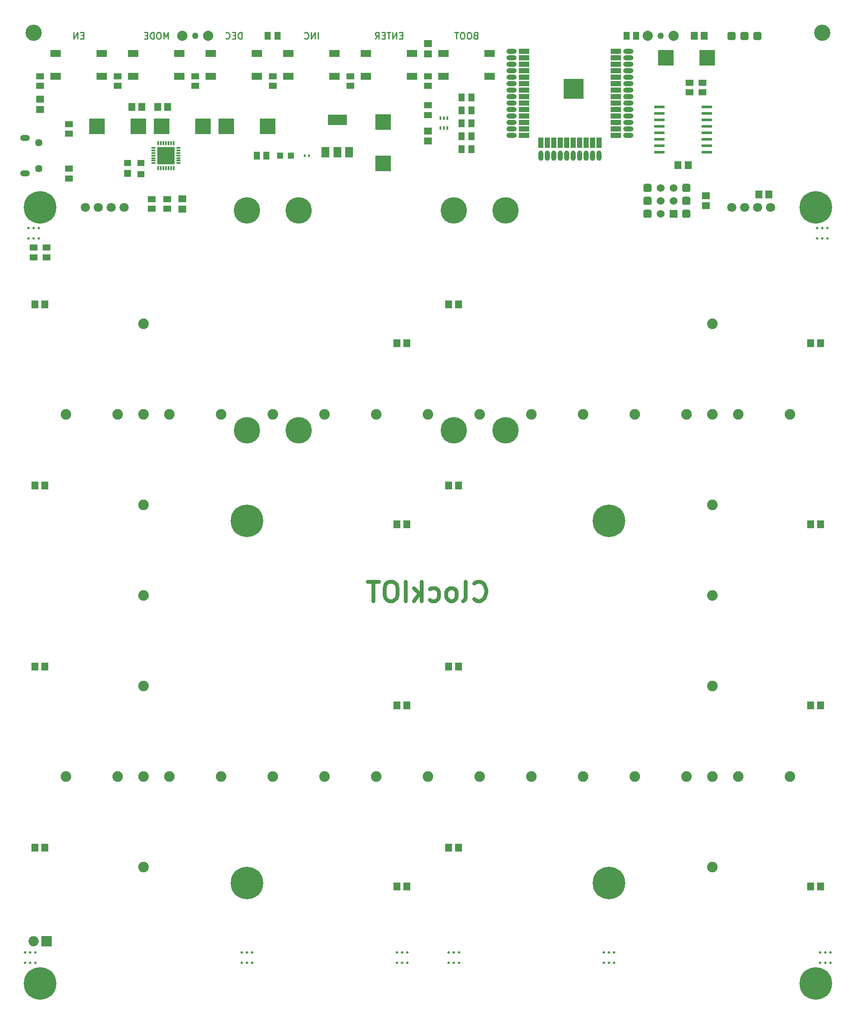
<source format=gbs>
G04 #@! TF.GenerationSoftware,KiCad,Pcbnew,5.0.0-rc2-unknown-d03e92a~65~ubuntu16.04.1*
G04 #@! TF.CreationDate,2018-06-02T21:30:31+05:30*
G04 #@! TF.ProjectId,ClockIOT,436C6F636B494F542E6B696361645F70,rev 1*
G04 #@! TF.SameCoordinates,PX2fd7508PY2fd7508*
G04 #@! TF.FileFunction,Soldermask,Bot*
G04 #@! TF.FilePolarity,Negative*
%FSLAX46Y46*%
G04 Gerber Fmt 4.6, Leading zero omitted, Abs format (unit mm)*
G04 Created by KiCad (PCBNEW 5.0.0-rc2-unknown-d03e92a~65~ubuntu16.04.1) date Sat Jun  2 21:30:31 2018*
%MOMM*%
%LPD*%
G01*
G04 APERTURE LIST*
%ADD10C,0.762000*%
%ADD11C,0.254000*%
%ADD12R,1.498600X1.300480*%
%ADD13C,2.000000*%
%ADD14C,1.270000*%
%ADD15R,2.100000X1.400000*%
%ADD16R,3.048000X3.048000*%
%ADD17R,1.400000X1.200000*%
%ADD18R,1.400000X1.400000*%
%ADD19C,1.450000*%
%ADD20O,1.900000X1.200000*%
%ADD21C,0.800000*%
%ADD22C,6.400000*%
%ADD23O,0.850000X0.300000*%
%ADD24O,0.300000X0.850000*%
%ADD25R,1.675000X1.675000*%
%ADD26R,1.550000X1.350000*%
%ADD27C,3.200000*%
%ADD28R,1.350000X1.550000*%
%ADD29R,1.500000X2.000000*%
%ADD30R,3.800000X2.000000*%
%ADD31R,1.300480X1.498600*%
%ADD32R,0.400000X0.650000*%
%ADD33C,0.127000*%
%ADD34C,1.600000*%
%ADD35R,1.998980X0.599440*%
%ADD36C,5.200000*%
%ADD37C,1.524000*%
%ADD38R,1.524000X1.524000*%
%ADD39C,1.800000*%
%ADD40R,0.400000X0.600000*%
%ADD41O,1.000000X2.000000*%
%ADD42O,2.000000X1.000000*%
%ADD43R,4.000000X4.000000*%
%ADD44R,2.000000X1.000000*%
%ADD45R,1.000000X2.000000*%
%ADD46R,1.198880X1.198880*%
%ADD47C,0.508000*%
%ADD48R,2.000000X2.000000*%
%ADD49O,2.000000X2.000000*%
%ADD50C,2.082800*%
G04 APERTURE END LIST*
D10*
X90351428Y-114390714D02*
X90532857Y-114572142D01*
X91077142Y-114753571D01*
X91440000Y-114753571D01*
X91984285Y-114572142D01*
X92347142Y-114209285D01*
X92528571Y-113846428D01*
X92710000Y-113120714D01*
X92710000Y-112576428D01*
X92528571Y-111850714D01*
X92347142Y-111487857D01*
X91984285Y-111125000D01*
X91440000Y-110943571D01*
X91077142Y-110943571D01*
X90532857Y-111125000D01*
X90351428Y-111306428D01*
X88174285Y-114753571D02*
X88537142Y-114572142D01*
X88718571Y-114209285D01*
X88718571Y-110943571D01*
X86178571Y-114753571D02*
X86541428Y-114572142D01*
X86722857Y-114390714D01*
X86904285Y-114027857D01*
X86904285Y-112939285D01*
X86722857Y-112576428D01*
X86541428Y-112395000D01*
X86178571Y-112213571D01*
X85634285Y-112213571D01*
X85271428Y-112395000D01*
X85090000Y-112576428D01*
X84908571Y-112939285D01*
X84908571Y-114027857D01*
X85090000Y-114390714D01*
X85271428Y-114572142D01*
X85634285Y-114753571D01*
X86178571Y-114753571D01*
X81642857Y-114572142D02*
X82005714Y-114753571D01*
X82731428Y-114753571D01*
X83094285Y-114572142D01*
X83275714Y-114390714D01*
X83457142Y-114027857D01*
X83457142Y-112939285D01*
X83275714Y-112576428D01*
X83094285Y-112395000D01*
X82731428Y-112213571D01*
X82005714Y-112213571D01*
X81642857Y-112395000D01*
X80010000Y-114753571D02*
X80010000Y-110943571D01*
X79647142Y-113302142D02*
X78558571Y-114753571D01*
X78558571Y-112213571D02*
X80010000Y-113665000D01*
X76925714Y-114753571D02*
X76925714Y-110943571D01*
X74385714Y-110943571D02*
X73660000Y-110943571D01*
X73297142Y-111125000D01*
X72934285Y-111487857D01*
X72752857Y-112213571D01*
X72752857Y-113483571D01*
X72934285Y-114209285D01*
X73297142Y-114572142D01*
X73660000Y-114753571D01*
X74385714Y-114753571D01*
X74748571Y-114572142D01*
X75111428Y-114209285D01*
X75292857Y-113483571D01*
X75292857Y-112213571D01*
X75111428Y-111487857D01*
X74748571Y-111125000D01*
X74385714Y-110943571D01*
X71664285Y-110943571D02*
X69487142Y-110943571D01*
X70575714Y-114753571D02*
X70575714Y-110943571D01*
D11*
X90623571Y-3719285D02*
X90442142Y-3779761D01*
X90381666Y-3840238D01*
X90321190Y-3961190D01*
X90321190Y-4142619D01*
X90381666Y-4263571D01*
X90442142Y-4324047D01*
X90563095Y-4384523D01*
X91046904Y-4384523D01*
X91046904Y-3114523D01*
X90623571Y-3114523D01*
X90502619Y-3175000D01*
X90442142Y-3235476D01*
X90381666Y-3356428D01*
X90381666Y-3477380D01*
X90442142Y-3598333D01*
X90502619Y-3658809D01*
X90623571Y-3719285D01*
X91046904Y-3719285D01*
X89535000Y-3114523D02*
X89293095Y-3114523D01*
X89172142Y-3175000D01*
X89051190Y-3295952D01*
X88990714Y-3537857D01*
X88990714Y-3961190D01*
X89051190Y-4203095D01*
X89172142Y-4324047D01*
X89293095Y-4384523D01*
X89535000Y-4384523D01*
X89655952Y-4324047D01*
X89776904Y-4203095D01*
X89837380Y-3961190D01*
X89837380Y-3537857D01*
X89776904Y-3295952D01*
X89655952Y-3175000D01*
X89535000Y-3114523D01*
X88204523Y-3114523D02*
X87962619Y-3114523D01*
X87841666Y-3175000D01*
X87720714Y-3295952D01*
X87660238Y-3537857D01*
X87660238Y-3961190D01*
X87720714Y-4203095D01*
X87841666Y-4324047D01*
X87962619Y-4384523D01*
X88204523Y-4384523D01*
X88325476Y-4324047D01*
X88446428Y-4203095D01*
X88506904Y-3961190D01*
X88506904Y-3537857D01*
X88446428Y-3295952D01*
X88325476Y-3175000D01*
X88204523Y-3114523D01*
X87297380Y-3114523D02*
X86571666Y-3114523D01*
X86934523Y-4384523D02*
X86934523Y-3114523D01*
X76290714Y-3719285D02*
X75867380Y-3719285D01*
X75685952Y-4384523D02*
X76290714Y-4384523D01*
X76290714Y-3114523D01*
X75685952Y-3114523D01*
X75141666Y-4384523D02*
X75141666Y-3114523D01*
X74415952Y-4384523D01*
X74415952Y-3114523D01*
X73992619Y-3114523D02*
X73266904Y-3114523D01*
X73629761Y-4384523D02*
X73629761Y-3114523D01*
X72843571Y-3719285D02*
X72420238Y-3719285D01*
X72238809Y-4384523D02*
X72843571Y-4384523D01*
X72843571Y-3114523D01*
X72238809Y-3114523D01*
X70968809Y-4384523D02*
X71392142Y-3779761D01*
X71694523Y-4384523D02*
X71694523Y-3114523D01*
X71210714Y-3114523D01*
X71089761Y-3175000D01*
X71029285Y-3235476D01*
X70968809Y-3356428D01*
X70968809Y-3537857D01*
X71029285Y-3658809D01*
X71089761Y-3719285D01*
X71210714Y-3779761D01*
X71694523Y-3779761D01*
X59720238Y-4384523D02*
X59720238Y-3114523D01*
X59115476Y-4384523D02*
X59115476Y-3114523D01*
X58389761Y-4384523D01*
X58389761Y-3114523D01*
X57059285Y-4263571D02*
X57119761Y-4324047D01*
X57301190Y-4384523D01*
X57422142Y-4384523D01*
X57603571Y-4324047D01*
X57724523Y-4203095D01*
X57785000Y-4082142D01*
X57845476Y-3840238D01*
X57845476Y-3658809D01*
X57785000Y-3416904D01*
X57724523Y-3295952D01*
X57603571Y-3175000D01*
X57422142Y-3114523D01*
X57301190Y-3114523D01*
X57119761Y-3175000D01*
X57059285Y-3235476D01*
X44722142Y-4384523D02*
X44722142Y-3114523D01*
X44419761Y-3114523D01*
X44238333Y-3175000D01*
X44117380Y-3295952D01*
X44056904Y-3416904D01*
X43996428Y-3658809D01*
X43996428Y-3840238D01*
X44056904Y-4082142D01*
X44117380Y-4203095D01*
X44238333Y-4324047D01*
X44419761Y-4384523D01*
X44722142Y-4384523D01*
X43452142Y-3719285D02*
X43028809Y-3719285D01*
X42847380Y-4384523D02*
X43452142Y-4384523D01*
X43452142Y-3114523D01*
X42847380Y-3114523D01*
X41577380Y-4263571D02*
X41637857Y-4324047D01*
X41819285Y-4384523D01*
X41940238Y-4384523D01*
X42121666Y-4324047D01*
X42242619Y-4203095D01*
X42303095Y-4082142D01*
X42363571Y-3840238D01*
X42363571Y-3658809D01*
X42303095Y-3416904D01*
X42242619Y-3295952D01*
X42121666Y-3175000D01*
X41940238Y-3114523D01*
X41819285Y-3114523D01*
X41637857Y-3175000D01*
X41577380Y-3235476D01*
X30238095Y-4384523D02*
X30238095Y-3114523D01*
X29814761Y-4021666D01*
X29391428Y-3114523D01*
X29391428Y-4384523D01*
X28544761Y-3114523D02*
X28302857Y-3114523D01*
X28181904Y-3175000D01*
X28060952Y-3295952D01*
X28000476Y-3537857D01*
X28000476Y-3961190D01*
X28060952Y-4203095D01*
X28181904Y-4324047D01*
X28302857Y-4384523D01*
X28544761Y-4384523D01*
X28665714Y-4324047D01*
X28786666Y-4203095D01*
X28847142Y-3961190D01*
X28847142Y-3537857D01*
X28786666Y-3295952D01*
X28665714Y-3175000D01*
X28544761Y-3114523D01*
X27456190Y-4384523D02*
X27456190Y-3114523D01*
X27153809Y-3114523D01*
X26972380Y-3175000D01*
X26851428Y-3295952D01*
X26790952Y-3416904D01*
X26730476Y-3658809D01*
X26730476Y-3840238D01*
X26790952Y-4082142D01*
X26851428Y-4203095D01*
X26972380Y-4324047D01*
X27153809Y-4384523D01*
X27456190Y-4384523D01*
X26186190Y-3719285D02*
X25762857Y-3719285D01*
X25581428Y-4384523D02*
X26186190Y-4384523D01*
X26186190Y-3114523D01*
X25581428Y-3114523D01*
X13637380Y-3719285D02*
X13214047Y-3719285D01*
X13032619Y-4384523D02*
X13637380Y-4384523D01*
X13637380Y-3114523D01*
X13032619Y-3114523D01*
X12488333Y-4384523D02*
X12488333Y-3114523D01*
X11762619Y-4384523D01*
X11762619Y-3114523D01*
D12*
G04 #@! TO.C,L2*
X10835000Y-31787500D03*
X10835000Y-29882500D03*
G04 #@! TD*
D13*
G04 #@! TO.C,LDR1*
X33020000Y-3810000D03*
X38100000Y-3810000D03*
D14*
X35560000Y-3810000D03*
G04 #@! TD*
D13*
G04 #@! TO.C,LDR2*
X129540000Y-3810000D03*
X124460000Y-3810000D03*
D14*
X127000000Y-3810000D03*
G04 #@! TD*
D15*
G04 #@! TO.C,S5*
X38630000Y-7275000D03*
X47730000Y-7275000D03*
X47730000Y-11775000D03*
X38630000Y-11775000D03*
G04 #@! TD*
D16*
G04 #@! TO.C,C17*
X41656000Y-21590000D03*
X49784000Y-21590000D03*
G04 #@! TD*
D17*
G04 #@! TO.C,D1*
X24922000Y-30945000D03*
X24922000Y-28745000D03*
X22322000Y-28745000D03*
D18*
X22322000Y-30845000D03*
G04 #@! TD*
D19*
G04 #@! TO.C,P1*
X4885000Y-24835000D03*
X4885000Y-29835000D03*
D20*
X2185000Y-23835000D03*
X2185000Y-30835000D03*
G04 #@! TD*
D21*
G04 #@! TO.C,HB47*
X6777056Y-35767944D03*
X5080000Y-35065000D03*
X3382944Y-35767944D03*
X2680000Y-37465000D03*
X3382944Y-39162056D03*
X5080000Y-39865000D03*
X6777056Y-39162056D03*
X7480000Y-37465000D03*
D22*
X5080000Y-37465000D03*
G04 #@! TD*
D15*
G04 #@! TO.C,S6*
X23390000Y-7275000D03*
X32490000Y-7275000D03*
X32490000Y-11775000D03*
X23390000Y-11775000D03*
G04 #@! TD*
D16*
G04 #@! TO.C,C27*
X136144000Y-8128000D03*
X128016000Y-8128000D03*
G04 #@! TD*
D21*
G04 #@! TO.C,U132*
X29845000Y-27305000D03*
X29210000Y-26670000D03*
X30480000Y-26670000D03*
X30480000Y-27940000D03*
X29210000Y-27940000D03*
D23*
X27395000Y-28805000D03*
X27395000Y-28305000D03*
X27395000Y-27805000D03*
X27395000Y-27305000D03*
X27395000Y-26805000D03*
X27395000Y-26305000D03*
X27395000Y-25805000D03*
D24*
X28345000Y-24855000D03*
X28845000Y-24855000D03*
X29345000Y-24855000D03*
X29845000Y-24855000D03*
X30345000Y-24855000D03*
X30845000Y-24855000D03*
X31345000Y-24855000D03*
D23*
X32295000Y-25805000D03*
X32295000Y-26305000D03*
X32295000Y-26805000D03*
X32295000Y-27305000D03*
X32295000Y-27805000D03*
X32295000Y-28305000D03*
X32295000Y-28805000D03*
D24*
X31345000Y-29755000D03*
X30845000Y-29755000D03*
X30345000Y-29755000D03*
X29845000Y-29755000D03*
X29345000Y-29755000D03*
X28845000Y-29755000D03*
X28345000Y-29755000D03*
D25*
X30682500Y-26467500D03*
X30682500Y-28142500D03*
X29007500Y-26467500D03*
X29007500Y-28142500D03*
G04 #@! TD*
D12*
G04 #@! TO.C,R25*
X20320000Y-11747500D03*
X20320000Y-13652500D03*
G04 #@! TD*
G04 #@! TO.C,R24*
X35560000Y-11747500D03*
X35560000Y-13652500D03*
G04 #@! TD*
D26*
G04 #@! TO.C,C31*
X33020000Y-37830000D03*
X33020000Y-35830000D03*
G04 #@! TD*
D15*
G04 #@! TO.C,S4*
X93450000Y-11775000D03*
X84350000Y-11775000D03*
X84350000Y-7275000D03*
X93450000Y-7275000D03*
G04 #@! TD*
D27*
G04 #@! TO.C,HB45*
X3810000Y-3175000D03*
G04 #@! TD*
G04 #@! TO.C,HB46*
X158750000Y-3175000D03*
G04 #@! TD*
D16*
G04 #@! TO.C,C18*
X72517000Y-28829000D03*
X72517000Y-20701000D03*
G04 #@! TD*
D28*
G04 #@! TO.C,C22*
X132445000Y-29210000D03*
X130445000Y-29210000D03*
G04 #@! TD*
D12*
G04 #@! TO.C,R11*
X50800000Y-11747500D03*
X50800000Y-13652500D03*
G04 #@! TD*
G04 #@! TO.C,R10*
X66040000Y-11747500D03*
X66040000Y-13652500D03*
G04 #@! TD*
G04 #@! TO.C,R9*
X30085000Y-35882500D03*
X30085000Y-37787500D03*
G04 #@! TD*
D29*
G04 #@! TO.C,U131*
X65800000Y-26645000D03*
X61200000Y-26645000D03*
X63500000Y-26645000D03*
D30*
X63500000Y-20345000D03*
G04 #@! TD*
D31*
G04 #@! TO.C,R23*
X89852500Y-18415000D03*
X87947500Y-18415000D03*
G04 #@! TD*
G04 #@! TO.C,R22*
X87947500Y-20955000D03*
X89852500Y-20955000D03*
G04 #@! TD*
G04 #@! TO.C,R20*
X89852500Y-23495000D03*
X87947500Y-23495000D03*
G04 #@! TD*
G04 #@! TO.C,R19*
X89852500Y-26035000D03*
X87947500Y-26035000D03*
G04 #@! TD*
D12*
G04 #@! TO.C,R18*
X81280000Y-13652500D03*
X81280000Y-11747500D03*
G04 #@! TD*
G04 #@! TO.C,R16*
X5080000Y-13652500D03*
X5080000Y-11747500D03*
G04 #@! TD*
D31*
G04 #@! TO.C,R4*
X47688500Y-27305000D03*
X49593500Y-27305000D03*
G04 #@! TD*
D12*
G04 #@! TO.C,R3*
X81280000Y-17462500D03*
X81280000Y-19367500D03*
G04 #@! TD*
D32*
G04 #@! TO.C,Q1*
X83805000Y-21905000D03*
X85105000Y-21905000D03*
X84455000Y-20005000D03*
X84455000Y-21905000D03*
X85105000Y-20005000D03*
X83805000Y-20005000D03*
G04 #@! TD*
D28*
G04 #@! TO.C,C28*
X133620000Y-3810000D03*
X135620000Y-3810000D03*
G04 #@! TD*
G04 #@! TO.C,C26*
X28210000Y-17780000D03*
X30210000Y-17780000D03*
G04 #@! TD*
D16*
G04 #@! TO.C,C25*
X37084000Y-21590000D03*
X28956000Y-21590000D03*
G04 #@! TD*
D28*
G04 #@! TO.C,C24*
X25130000Y-17780000D03*
X23130000Y-17780000D03*
G04 #@! TD*
D16*
G04 #@! TO.C,C23*
X16256000Y-21590000D03*
X24384000Y-21590000D03*
G04 #@! TD*
D26*
G04 #@! TO.C,C21*
X81280000Y-7350000D03*
X81280000Y-5350000D03*
G04 #@! TD*
G04 #@! TO.C,C20*
X5080000Y-16272000D03*
X5080000Y-18272000D03*
G04 #@! TD*
D12*
G04 #@! TO.C,R8*
X27085000Y-35882500D03*
X27085000Y-37787500D03*
G04 #@! TD*
G04 #@! TO.C,R7*
X135255000Y-13017500D03*
X135255000Y-14922500D03*
G04 #@! TD*
G04 #@! TO.C,R6*
X132715000Y-13017500D03*
X132715000Y-14922500D03*
G04 #@! TD*
D33*
G04 #@! TO.C,TP1*
G36*
X141409207Y-3011926D02*
X141448036Y-3017686D01*
X141486114Y-3027224D01*
X141523073Y-3040448D01*
X141558559Y-3057231D01*
X141592228Y-3077412D01*
X141623757Y-3100796D01*
X141652843Y-3127157D01*
X141679204Y-3156243D01*
X141702588Y-3187772D01*
X141722769Y-3221441D01*
X141739552Y-3256927D01*
X141752776Y-3293886D01*
X141762314Y-3331964D01*
X141768074Y-3370793D01*
X141770000Y-3410000D01*
X141770000Y-4210000D01*
X141768074Y-4249207D01*
X141762314Y-4288036D01*
X141752776Y-4326114D01*
X141739552Y-4363073D01*
X141722769Y-4398559D01*
X141702588Y-4432228D01*
X141679204Y-4463757D01*
X141652843Y-4492843D01*
X141623757Y-4519204D01*
X141592228Y-4542588D01*
X141558559Y-4562769D01*
X141523073Y-4579552D01*
X141486114Y-4592776D01*
X141448036Y-4602314D01*
X141409207Y-4608074D01*
X141370000Y-4610000D01*
X140570000Y-4610000D01*
X140530793Y-4608074D01*
X140491964Y-4602314D01*
X140453886Y-4592776D01*
X140416927Y-4579552D01*
X140381441Y-4562769D01*
X140347772Y-4542588D01*
X140316243Y-4519204D01*
X140287157Y-4492843D01*
X140260796Y-4463757D01*
X140237412Y-4432228D01*
X140217231Y-4398559D01*
X140200448Y-4363073D01*
X140187224Y-4326114D01*
X140177686Y-4288036D01*
X140171926Y-4249207D01*
X140170000Y-4210000D01*
X140170000Y-3410000D01*
X140171926Y-3370793D01*
X140177686Y-3331964D01*
X140187224Y-3293886D01*
X140200448Y-3256927D01*
X140217231Y-3221441D01*
X140237412Y-3187772D01*
X140260796Y-3156243D01*
X140287157Y-3127157D01*
X140316243Y-3100796D01*
X140347772Y-3077412D01*
X140381441Y-3057231D01*
X140416927Y-3040448D01*
X140453886Y-3027224D01*
X140491964Y-3017686D01*
X140530793Y-3011926D01*
X140570000Y-3010000D01*
X141370000Y-3010000D01*
X141409207Y-3011926D01*
X141409207Y-3011926D01*
G37*
D34*
X140970000Y-3810000D03*
G04 #@! TD*
D15*
G04 #@! TO.C,S2*
X53870000Y-7275000D03*
X62970000Y-7275000D03*
X62970000Y-11775000D03*
X53870000Y-11775000D03*
G04 #@! TD*
D21*
G04 #@! TO.C,HB48*
X159177056Y-35767944D03*
X157480000Y-35065000D03*
X155782944Y-35767944D03*
X155080000Y-37465000D03*
X155782944Y-39162056D03*
X157480000Y-39865000D03*
X159177056Y-39162056D03*
X159880000Y-37465000D03*
D22*
X157480000Y-37465000D03*
G04 #@! TD*
D35*
G04 #@! TO.C,U130*
X126794260Y-17780000D03*
X126794260Y-19050000D03*
X126794260Y-20320000D03*
X126794260Y-21590000D03*
X126794260Y-22860000D03*
X126794260Y-24130000D03*
X126794260Y-25400000D03*
X126794260Y-26670000D03*
X136095740Y-26670000D03*
X136095740Y-25400000D03*
X136095740Y-24130000D03*
X136095740Y-22860000D03*
X136095740Y-21590000D03*
X136095740Y-20320000D03*
X136095740Y-19050000D03*
X136095740Y-17780000D03*
G04 #@! TD*
D15*
G04 #@! TO.C,S3*
X17250000Y-11775000D03*
X8150000Y-11775000D03*
X8150000Y-7275000D03*
X17250000Y-7275000D03*
G04 #@! TD*
D36*
G04 #@! TO.C,J8*
X86360000Y-38100000D03*
G04 #@! TD*
G04 #@! TO.C,J7*
X96520000Y-38100000D03*
G04 #@! TD*
D33*
G04 #@! TO.C,J23*
G36*
X132519207Y-37936926D02*
X132558036Y-37942686D01*
X132596114Y-37952224D01*
X132633073Y-37965448D01*
X132668559Y-37982231D01*
X132702228Y-38002412D01*
X132733757Y-38025796D01*
X132762843Y-38052157D01*
X132789204Y-38081243D01*
X132812588Y-38112772D01*
X132832769Y-38146441D01*
X132849552Y-38181927D01*
X132862776Y-38218886D01*
X132872314Y-38256964D01*
X132878074Y-38295793D01*
X132880000Y-38335000D01*
X132880000Y-39135000D01*
X132878074Y-39174207D01*
X132872314Y-39213036D01*
X132862776Y-39251114D01*
X132849552Y-39288073D01*
X132832769Y-39323559D01*
X132812588Y-39357228D01*
X132789204Y-39388757D01*
X132762843Y-39417843D01*
X132733757Y-39444204D01*
X132702228Y-39467588D01*
X132668559Y-39487769D01*
X132633073Y-39504552D01*
X132596114Y-39517776D01*
X132558036Y-39527314D01*
X132519207Y-39533074D01*
X132480000Y-39535000D01*
X131680000Y-39535000D01*
X131640793Y-39533074D01*
X131601964Y-39527314D01*
X131563886Y-39517776D01*
X131526927Y-39504552D01*
X131491441Y-39487769D01*
X131457772Y-39467588D01*
X131426243Y-39444204D01*
X131397157Y-39417843D01*
X131370796Y-39388757D01*
X131347412Y-39357228D01*
X131327231Y-39323559D01*
X131310448Y-39288073D01*
X131297224Y-39251114D01*
X131287686Y-39213036D01*
X131281926Y-39174207D01*
X131280000Y-39135000D01*
X131280000Y-38335000D01*
X131281926Y-38295793D01*
X131287686Y-38256964D01*
X131297224Y-38218886D01*
X131310448Y-38181927D01*
X131327231Y-38146441D01*
X131347412Y-38112772D01*
X131370796Y-38081243D01*
X131397157Y-38052157D01*
X131426243Y-38025796D01*
X131457772Y-38002412D01*
X131491441Y-37982231D01*
X131526927Y-37965448D01*
X131563886Y-37952224D01*
X131601964Y-37942686D01*
X131640793Y-37936926D01*
X131680000Y-37935000D01*
X132480000Y-37935000D01*
X132519207Y-37936926D01*
X132519207Y-37936926D01*
G37*
D34*
X132080000Y-38735000D03*
G04 #@! TD*
D33*
G04 #@! TO.C,J22*
G36*
X124899207Y-37936926D02*
X124938036Y-37942686D01*
X124976114Y-37952224D01*
X125013073Y-37965448D01*
X125048559Y-37982231D01*
X125082228Y-38002412D01*
X125113757Y-38025796D01*
X125142843Y-38052157D01*
X125169204Y-38081243D01*
X125192588Y-38112772D01*
X125212769Y-38146441D01*
X125229552Y-38181927D01*
X125242776Y-38218886D01*
X125252314Y-38256964D01*
X125258074Y-38295793D01*
X125260000Y-38335000D01*
X125260000Y-39135000D01*
X125258074Y-39174207D01*
X125252314Y-39213036D01*
X125242776Y-39251114D01*
X125229552Y-39288073D01*
X125212769Y-39323559D01*
X125192588Y-39357228D01*
X125169204Y-39388757D01*
X125142843Y-39417843D01*
X125113757Y-39444204D01*
X125082228Y-39467588D01*
X125048559Y-39487769D01*
X125013073Y-39504552D01*
X124976114Y-39517776D01*
X124938036Y-39527314D01*
X124899207Y-39533074D01*
X124860000Y-39535000D01*
X124060000Y-39535000D01*
X124020793Y-39533074D01*
X123981964Y-39527314D01*
X123943886Y-39517776D01*
X123906927Y-39504552D01*
X123871441Y-39487769D01*
X123837772Y-39467588D01*
X123806243Y-39444204D01*
X123777157Y-39417843D01*
X123750796Y-39388757D01*
X123727412Y-39357228D01*
X123707231Y-39323559D01*
X123690448Y-39288073D01*
X123677224Y-39251114D01*
X123667686Y-39213036D01*
X123661926Y-39174207D01*
X123660000Y-39135000D01*
X123660000Y-38335000D01*
X123661926Y-38295793D01*
X123667686Y-38256964D01*
X123677224Y-38218886D01*
X123690448Y-38181927D01*
X123707231Y-38146441D01*
X123727412Y-38112772D01*
X123750796Y-38081243D01*
X123777157Y-38052157D01*
X123806243Y-38025796D01*
X123837772Y-38002412D01*
X123871441Y-37982231D01*
X123906927Y-37965448D01*
X123943886Y-37952224D01*
X123981964Y-37942686D01*
X124020793Y-37936926D01*
X124060000Y-37935000D01*
X124860000Y-37935000D01*
X124899207Y-37936926D01*
X124899207Y-37936926D01*
G37*
D34*
X124460000Y-38735000D03*
G04 #@! TD*
D33*
G04 #@! TO.C,J21*
G36*
X132519207Y-35396926D02*
X132558036Y-35402686D01*
X132596114Y-35412224D01*
X132633073Y-35425448D01*
X132668559Y-35442231D01*
X132702228Y-35462412D01*
X132733757Y-35485796D01*
X132762843Y-35512157D01*
X132789204Y-35541243D01*
X132812588Y-35572772D01*
X132832769Y-35606441D01*
X132849552Y-35641927D01*
X132862776Y-35678886D01*
X132872314Y-35716964D01*
X132878074Y-35755793D01*
X132880000Y-35795000D01*
X132880000Y-36595000D01*
X132878074Y-36634207D01*
X132872314Y-36673036D01*
X132862776Y-36711114D01*
X132849552Y-36748073D01*
X132832769Y-36783559D01*
X132812588Y-36817228D01*
X132789204Y-36848757D01*
X132762843Y-36877843D01*
X132733757Y-36904204D01*
X132702228Y-36927588D01*
X132668559Y-36947769D01*
X132633073Y-36964552D01*
X132596114Y-36977776D01*
X132558036Y-36987314D01*
X132519207Y-36993074D01*
X132480000Y-36995000D01*
X131680000Y-36995000D01*
X131640793Y-36993074D01*
X131601964Y-36987314D01*
X131563886Y-36977776D01*
X131526927Y-36964552D01*
X131491441Y-36947769D01*
X131457772Y-36927588D01*
X131426243Y-36904204D01*
X131397157Y-36877843D01*
X131370796Y-36848757D01*
X131347412Y-36817228D01*
X131327231Y-36783559D01*
X131310448Y-36748073D01*
X131297224Y-36711114D01*
X131287686Y-36673036D01*
X131281926Y-36634207D01*
X131280000Y-36595000D01*
X131280000Y-35795000D01*
X131281926Y-35755793D01*
X131287686Y-35716964D01*
X131297224Y-35678886D01*
X131310448Y-35641927D01*
X131327231Y-35606441D01*
X131347412Y-35572772D01*
X131370796Y-35541243D01*
X131397157Y-35512157D01*
X131426243Y-35485796D01*
X131457772Y-35462412D01*
X131491441Y-35442231D01*
X131526927Y-35425448D01*
X131563886Y-35412224D01*
X131601964Y-35402686D01*
X131640793Y-35396926D01*
X131680000Y-35395000D01*
X132480000Y-35395000D01*
X132519207Y-35396926D01*
X132519207Y-35396926D01*
G37*
D34*
X132080000Y-36195000D03*
G04 #@! TD*
D37*
G04 #@! TO.C,J20*
X129540000Y-33655000D03*
X127000000Y-33655000D03*
X129540000Y-36195000D03*
X127000000Y-36195000D03*
D38*
X129540000Y-38735000D03*
D37*
X127000000Y-38735000D03*
G04 #@! TD*
D33*
G04 #@! TO.C,J19*
G36*
X124899207Y-35396926D02*
X124938036Y-35402686D01*
X124976114Y-35412224D01*
X125013073Y-35425448D01*
X125048559Y-35442231D01*
X125082228Y-35462412D01*
X125113757Y-35485796D01*
X125142843Y-35512157D01*
X125169204Y-35541243D01*
X125192588Y-35572772D01*
X125212769Y-35606441D01*
X125229552Y-35641927D01*
X125242776Y-35678886D01*
X125252314Y-35716964D01*
X125258074Y-35755793D01*
X125260000Y-35795000D01*
X125260000Y-36595000D01*
X125258074Y-36634207D01*
X125252314Y-36673036D01*
X125242776Y-36711114D01*
X125229552Y-36748073D01*
X125212769Y-36783559D01*
X125192588Y-36817228D01*
X125169204Y-36848757D01*
X125142843Y-36877843D01*
X125113757Y-36904204D01*
X125082228Y-36927588D01*
X125048559Y-36947769D01*
X125013073Y-36964552D01*
X124976114Y-36977776D01*
X124938036Y-36987314D01*
X124899207Y-36993074D01*
X124860000Y-36995000D01*
X124060000Y-36995000D01*
X124020793Y-36993074D01*
X123981964Y-36987314D01*
X123943886Y-36977776D01*
X123906927Y-36964552D01*
X123871441Y-36947769D01*
X123837772Y-36927588D01*
X123806243Y-36904204D01*
X123777157Y-36877843D01*
X123750796Y-36848757D01*
X123727412Y-36817228D01*
X123707231Y-36783559D01*
X123690448Y-36748073D01*
X123677224Y-36711114D01*
X123667686Y-36673036D01*
X123661926Y-36634207D01*
X123660000Y-36595000D01*
X123660000Y-35795000D01*
X123661926Y-35755793D01*
X123667686Y-35716964D01*
X123677224Y-35678886D01*
X123690448Y-35641927D01*
X123707231Y-35606441D01*
X123727412Y-35572772D01*
X123750796Y-35541243D01*
X123777157Y-35512157D01*
X123806243Y-35485796D01*
X123837772Y-35462412D01*
X123871441Y-35442231D01*
X123906927Y-35425448D01*
X123943886Y-35412224D01*
X123981964Y-35402686D01*
X124020793Y-35396926D01*
X124060000Y-35395000D01*
X124860000Y-35395000D01*
X124899207Y-35396926D01*
X124899207Y-35396926D01*
G37*
D34*
X124460000Y-36195000D03*
G04 #@! TD*
D33*
G04 #@! TO.C,J18*
G36*
X132519207Y-32856926D02*
X132558036Y-32862686D01*
X132596114Y-32872224D01*
X132633073Y-32885448D01*
X132668559Y-32902231D01*
X132702228Y-32922412D01*
X132733757Y-32945796D01*
X132762843Y-32972157D01*
X132789204Y-33001243D01*
X132812588Y-33032772D01*
X132832769Y-33066441D01*
X132849552Y-33101927D01*
X132862776Y-33138886D01*
X132872314Y-33176964D01*
X132878074Y-33215793D01*
X132880000Y-33255000D01*
X132880000Y-34055000D01*
X132878074Y-34094207D01*
X132872314Y-34133036D01*
X132862776Y-34171114D01*
X132849552Y-34208073D01*
X132832769Y-34243559D01*
X132812588Y-34277228D01*
X132789204Y-34308757D01*
X132762843Y-34337843D01*
X132733757Y-34364204D01*
X132702228Y-34387588D01*
X132668559Y-34407769D01*
X132633073Y-34424552D01*
X132596114Y-34437776D01*
X132558036Y-34447314D01*
X132519207Y-34453074D01*
X132480000Y-34455000D01*
X131680000Y-34455000D01*
X131640793Y-34453074D01*
X131601964Y-34447314D01*
X131563886Y-34437776D01*
X131526927Y-34424552D01*
X131491441Y-34407769D01*
X131457772Y-34387588D01*
X131426243Y-34364204D01*
X131397157Y-34337843D01*
X131370796Y-34308757D01*
X131347412Y-34277228D01*
X131327231Y-34243559D01*
X131310448Y-34208073D01*
X131297224Y-34171114D01*
X131287686Y-34133036D01*
X131281926Y-34094207D01*
X131280000Y-34055000D01*
X131280000Y-33255000D01*
X131281926Y-33215793D01*
X131287686Y-33176964D01*
X131297224Y-33138886D01*
X131310448Y-33101927D01*
X131327231Y-33066441D01*
X131347412Y-33032772D01*
X131370796Y-33001243D01*
X131397157Y-32972157D01*
X131426243Y-32945796D01*
X131457772Y-32922412D01*
X131491441Y-32902231D01*
X131526927Y-32885448D01*
X131563886Y-32872224D01*
X131601964Y-32862686D01*
X131640793Y-32856926D01*
X131680000Y-32855000D01*
X132480000Y-32855000D01*
X132519207Y-32856926D01*
X132519207Y-32856926D01*
G37*
D34*
X132080000Y-33655000D03*
G04 #@! TD*
D33*
G04 #@! TO.C,J17*
G36*
X124899207Y-32856926D02*
X124938036Y-32862686D01*
X124976114Y-32872224D01*
X125013073Y-32885448D01*
X125048559Y-32902231D01*
X125082228Y-32922412D01*
X125113757Y-32945796D01*
X125142843Y-32972157D01*
X125169204Y-33001243D01*
X125192588Y-33032772D01*
X125212769Y-33066441D01*
X125229552Y-33101927D01*
X125242776Y-33138886D01*
X125252314Y-33176964D01*
X125258074Y-33215793D01*
X125260000Y-33255000D01*
X125260000Y-34055000D01*
X125258074Y-34094207D01*
X125252314Y-34133036D01*
X125242776Y-34171114D01*
X125229552Y-34208073D01*
X125212769Y-34243559D01*
X125192588Y-34277228D01*
X125169204Y-34308757D01*
X125142843Y-34337843D01*
X125113757Y-34364204D01*
X125082228Y-34387588D01*
X125048559Y-34407769D01*
X125013073Y-34424552D01*
X124976114Y-34437776D01*
X124938036Y-34447314D01*
X124899207Y-34453074D01*
X124860000Y-34455000D01*
X124060000Y-34455000D01*
X124020793Y-34453074D01*
X123981964Y-34447314D01*
X123943886Y-34437776D01*
X123906927Y-34424552D01*
X123871441Y-34407769D01*
X123837772Y-34387588D01*
X123806243Y-34364204D01*
X123777157Y-34337843D01*
X123750796Y-34308757D01*
X123727412Y-34277228D01*
X123707231Y-34243559D01*
X123690448Y-34208073D01*
X123677224Y-34171114D01*
X123667686Y-34133036D01*
X123661926Y-34094207D01*
X123660000Y-34055000D01*
X123660000Y-33255000D01*
X123661926Y-33215793D01*
X123667686Y-33176964D01*
X123677224Y-33138886D01*
X123690448Y-33101927D01*
X123707231Y-33066441D01*
X123727412Y-33032772D01*
X123750796Y-33001243D01*
X123777157Y-32972157D01*
X123806243Y-32945796D01*
X123837772Y-32922412D01*
X123871441Y-32902231D01*
X123906927Y-32885448D01*
X123943886Y-32872224D01*
X123981964Y-32862686D01*
X124020793Y-32856926D01*
X124060000Y-32855000D01*
X124860000Y-32855000D01*
X124899207Y-32856926D01*
X124899207Y-32856926D01*
G37*
D34*
X124460000Y-33655000D03*
G04 #@! TD*
D26*
G04 #@! TO.C,C29*
X135890000Y-37195000D03*
X135890000Y-35195000D03*
G04 #@! TD*
D33*
G04 #@! TO.C,TP3*
G36*
X146489207Y-3011926D02*
X146528036Y-3017686D01*
X146566114Y-3027224D01*
X146603073Y-3040448D01*
X146638559Y-3057231D01*
X146672228Y-3077412D01*
X146703757Y-3100796D01*
X146732843Y-3127157D01*
X146759204Y-3156243D01*
X146782588Y-3187772D01*
X146802769Y-3221441D01*
X146819552Y-3256927D01*
X146832776Y-3293886D01*
X146842314Y-3331964D01*
X146848074Y-3370793D01*
X146850000Y-3410000D01*
X146850000Y-4210000D01*
X146848074Y-4249207D01*
X146842314Y-4288036D01*
X146832776Y-4326114D01*
X146819552Y-4363073D01*
X146802769Y-4398559D01*
X146782588Y-4432228D01*
X146759204Y-4463757D01*
X146732843Y-4492843D01*
X146703757Y-4519204D01*
X146672228Y-4542588D01*
X146638559Y-4562769D01*
X146603073Y-4579552D01*
X146566114Y-4592776D01*
X146528036Y-4602314D01*
X146489207Y-4608074D01*
X146450000Y-4610000D01*
X145650000Y-4610000D01*
X145610793Y-4608074D01*
X145571964Y-4602314D01*
X145533886Y-4592776D01*
X145496927Y-4579552D01*
X145461441Y-4562769D01*
X145427772Y-4542588D01*
X145396243Y-4519204D01*
X145367157Y-4492843D01*
X145340796Y-4463757D01*
X145317412Y-4432228D01*
X145297231Y-4398559D01*
X145280448Y-4363073D01*
X145267224Y-4326114D01*
X145257686Y-4288036D01*
X145251926Y-4249207D01*
X145250000Y-4210000D01*
X145250000Y-3410000D01*
X145251926Y-3370793D01*
X145257686Y-3331964D01*
X145267224Y-3293886D01*
X145280448Y-3256927D01*
X145297231Y-3221441D01*
X145317412Y-3187772D01*
X145340796Y-3156243D01*
X145367157Y-3127157D01*
X145396243Y-3100796D01*
X145427772Y-3077412D01*
X145461441Y-3057231D01*
X145496927Y-3040448D01*
X145533886Y-3027224D01*
X145571964Y-3017686D01*
X145610793Y-3011926D01*
X145650000Y-3010000D01*
X146450000Y-3010000D01*
X146489207Y-3011926D01*
X146489207Y-3011926D01*
G37*
D34*
X146050000Y-3810000D03*
G04 #@! TD*
D33*
G04 #@! TO.C,TP2*
G36*
X143949207Y-3011926D02*
X143988036Y-3017686D01*
X144026114Y-3027224D01*
X144063073Y-3040448D01*
X144098559Y-3057231D01*
X144132228Y-3077412D01*
X144163757Y-3100796D01*
X144192843Y-3127157D01*
X144219204Y-3156243D01*
X144242588Y-3187772D01*
X144262769Y-3221441D01*
X144279552Y-3256927D01*
X144292776Y-3293886D01*
X144302314Y-3331964D01*
X144308074Y-3370793D01*
X144310000Y-3410000D01*
X144310000Y-4210000D01*
X144308074Y-4249207D01*
X144302314Y-4288036D01*
X144292776Y-4326114D01*
X144279552Y-4363073D01*
X144262769Y-4398559D01*
X144242588Y-4432228D01*
X144219204Y-4463757D01*
X144192843Y-4492843D01*
X144163757Y-4519204D01*
X144132228Y-4542588D01*
X144098559Y-4562769D01*
X144063073Y-4579552D01*
X144026114Y-4592776D01*
X143988036Y-4602314D01*
X143949207Y-4608074D01*
X143910000Y-4610000D01*
X143110000Y-4610000D01*
X143070793Y-4608074D01*
X143031964Y-4602314D01*
X142993886Y-4592776D01*
X142956927Y-4579552D01*
X142921441Y-4562769D01*
X142887772Y-4542588D01*
X142856243Y-4519204D01*
X142827157Y-4492843D01*
X142800796Y-4463757D01*
X142777412Y-4432228D01*
X142757231Y-4398559D01*
X142740448Y-4363073D01*
X142727224Y-4326114D01*
X142717686Y-4288036D01*
X142711926Y-4249207D01*
X142710000Y-4210000D01*
X142710000Y-3410000D01*
X142711926Y-3370793D01*
X142717686Y-3331964D01*
X142727224Y-3293886D01*
X142740448Y-3256927D01*
X142757231Y-3221441D01*
X142777412Y-3187772D01*
X142800796Y-3156243D01*
X142827157Y-3127157D01*
X142856243Y-3100796D01*
X142887772Y-3077412D01*
X142921441Y-3057231D01*
X142956927Y-3040448D01*
X142993886Y-3027224D01*
X143031964Y-3017686D01*
X143070793Y-3011926D01*
X143110000Y-3010000D01*
X143910000Y-3010000D01*
X143949207Y-3011926D01*
X143949207Y-3011926D01*
G37*
D34*
X143510000Y-3810000D03*
G04 #@! TD*
D39*
G04 #@! TO.C,J25*
X13970000Y-37465000D03*
X16510000Y-37465000D03*
X19050000Y-37465000D03*
X21590000Y-37465000D03*
G04 #@! TD*
G04 #@! TO.C,J24*
X140970000Y-37465000D03*
X143510000Y-37465000D03*
X146050000Y-37465000D03*
X148590000Y-37465000D03*
G04 #@! TD*
D28*
G04 #@! TO.C,C30*
X146320000Y-34925000D03*
X148320000Y-34925000D03*
G04 #@! TD*
D36*
G04 #@! TO.C,J2*
X55880000Y-38100000D03*
G04 #@! TD*
G04 #@! TO.C,J1*
X45720000Y-38100000D03*
G04 #@! TD*
D40*
G04 #@! TO.C,JP1*
X57981000Y-27305000D03*
X57081000Y-27305000D03*
G04 #@! TD*
D41*
G04 #@! TO.C,U129*
X108585000Y-27315000D03*
X103505000Y-27315000D03*
X104775000Y-27315000D03*
X106045000Y-27315000D03*
X107315000Y-27315000D03*
X109855000Y-27315000D03*
X111125000Y-27315000D03*
X112395000Y-27315000D03*
X113665000Y-27315000D03*
X114935000Y-27315000D03*
D42*
X97720000Y-9355000D03*
X97720000Y-20785000D03*
X97720000Y-11895000D03*
X97720000Y-14435000D03*
X97720000Y-15705000D03*
X97720000Y-22055000D03*
X97720000Y-23325000D03*
X97720000Y-13165000D03*
X97720000Y-19515000D03*
X97720000Y-6815000D03*
X97720000Y-10625000D03*
X97720000Y-18245000D03*
X97720000Y-16975000D03*
X97720000Y-8085000D03*
X120720000Y-23325000D03*
X120720000Y-22055000D03*
X120720000Y-20785000D03*
X120720000Y-19515000D03*
X120720000Y-18245000D03*
X120720000Y-16975000D03*
X120720000Y-15705000D03*
X120720000Y-14435000D03*
X120720000Y-13165000D03*
X120720000Y-11895000D03*
X120720000Y-10625000D03*
X120720000Y-9355000D03*
X120720000Y-8085000D03*
X120720000Y-6815000D03*
D43*
X109920000Y-14215000D03*
D44*
X100220000Y-6815000D03*
X100220000Y-8085000D03*
X100220000Y-9355000D03*
X100220000Y-10625000D03*
X100220000Y-11895000D03*
X100220000Y-13165000D03*
X100220000Y-14435000D03*
X100220000Y-15705000D03*
X100220000Y-16975000D03*
X100220000Y-18245000D03*
X100220000Y-19515000D03*
X100220000Y-20785000D03*
X100220000Y-22055000D03*
X100220000Y-23325000D03*
D45*
X103505000Y-24815000D03*
X104775000Y-24815000D03*
X106045000Y-24815000D03*
X107315000Y-24815000D03*
X108585000Y-24815000D03*
X109855000Y-24815000D03*
X111125000Y-24815000D03*
X112395000Y-24815000D03*
X113665000Y-24815000D03*
X114935000Y-24815000D03*
D44*
X118220000Y-23325000D03*
X118220000Y-22055000D03*
X118220000Y-20785000D03*
X118220000Y-19515000D03*
X118220000Y-18245000D03*
X118220000Y-16975000D03*
X118220000Y-15705000D03*
X118220000Y-14435000D03*
X118220000Y-13165000D03*
X118220000Y-11895000D03*
X118220000Y-10625000D03*
X118220000Y-9355000D03*
X118220000Y-8085000D03*
X118220000Y-6815000D03*
G04 #@! TD*
D31*
G04 #@! TO.C,R21*
X89852500Y-15875000D03*
X87947500Y-15875000D03*
G04 #@! TD*
D26*
G04 #@! TO.C,C19*
X81280000Y-22495000D03*
X81280000Y-24495000D03*
G04 #@! TD*
D15*
G04 #@! TO.C,S1*
X69110000Y-7275000D03*
X78210000Y-7275000D03*
X78210000Y-11775000D03*
X69110000Y-11775000D03*
G04 #@! TD*
D46*
G04 #@! TO.C,D2*
X52290980Y-27305000D03*
X54389020Y-27305000D03*
G04 #@! TD*
D28*
G04 #@! TO.C,C9*
X6080000Y-127635000D03*
X4080000Y-127635000D03*
G04 #@! TD*
G04 #@! TO.C,C6*
X87360000Y-92075000D03*
X85360000Y-92075000D03*
G04 #@! TD*
G04 #@! TO.C,C1*
X6080000Y-56515000D03*
X4080000Y-56515000D03*
G04 #@! TD*
D22*
G04 #@! TO.C,HB49*
X5080000Y-189865000D03*
D21*
X7480000Y-189865000D03*
X6777056Y-191562056D03*
X5080000Y-192265000D03*
X3382944Y-191562056D03*
X2680000Y-189865000D03*
X3382944Y-188167944D03*
X5080000Y-187465000D03*
X6777056Y-188167944D03*
G04 #@! TD*
D22*
G04 #@! TO.C,HB50*
X157480000Y-189865000D03*
D21*
X159880000Y-189865000D03*
X159177056Y-191562056D03*
X157480000Y-192265000D03*
X155782944Y-191562056D03*
X155080000Y-189865000D03*
X155782944Y-188167944D03*
X157480000Y-187465000D03*
X159177056Y-188167944D03*
G04 #@! TD*
D22*
G04 #@! TO.C,HB51*
X45720000Y-99060000D03*
D21*
X48120000Y-99060000D03*
X47417056Y-100757056D03*
X45720000Y-101460000D03*
X44022944Y-100757056D03*
X43320000Y-99060000D03*
X44022944Y-97362944D03*
X45720000Y-96660000D03*
X47417056Y-97362944D03*
G04 #@! TD*
D22*
G04 #@! TO.C,HB52*
X116840000Y-99060000D03*
D21*
X119240000Y-99060000D03*
X118537056Y-100757056D03*
X116840000Y-101460000D03*
X115142944Y-100757056D03*
X114440000Y-99060000D03*
X115142944Y-97362944D03*
X116840000Y-96660000D03*
X118537056Y-97362944D03*
G04 #@! TD*
D22*
G04 #@! TO.C,HB53*
X116840000Y-170180000D03*
D21*
X119240000Y-170180000D03*
X118537056Y-171877056D03*
X116840000Y-172580000D03*
X115142944Y-171877056D03*
X114440000Y-170180000D03*
X115142944Y-168482944D03*
X116840000Y-167780000D03*
X118537056Y-168482944D03*
G04 #@! TD*
D22*
G04 #@! TO.C,HB54*
X45720000Y-170180000D03*
D21*
X48120000Y-170180000D03*
X47417056Y-171877056D03*
X45720000Y-172580000D03*
X44022944Y-171877056D03*
X43320000Y-170180000D03*
X44022944Y-168482944D03*
X45720000Y-167780000D03*
X47417056Y-168482944D03*
G04 #@! TD*
D36*
G04 #@! TO.C,J9*
X45720000Y-81280000D03*
G04 #@! TD*
G04 #@! TO.C,J10*
X55880000Y-81280000D03*
G04 #@! TD*
G04 #@! TO.C,J15*
X96520000Y-81280000D03*
G04 #@! TD*
G04 #@! TO.C,J16*
X86360000Y-81280000D03*
G04 #@! TD*
D47*
G04 #@! TO.C,BITE1*
X3810000Y-41529000D03*
X3810000Y-43561000D03*
X4826000Y-41529000D03*
X2794000Y-41529000D03*
X2794000Y-43561000D03*
X4826000Y-43561000D03*
G04 #@! TD*
G04 #@! TO.C,BITE2*
X158750000Y-41529000D03*
X158750000Y-43561000D03*
X159766000Y-41529000D03*
X157734000Y-41529000D03*
X157734000Y-43561000D03*
X159766000Y-43561000D03*
G04 #@! TD*
G04 #@! TO.C,BITE3*
X3175000Y-183769000D03*
X3175000Y-185801000D03*
X4191000Y-183769000D03*
X2159000Y-183769000D03*
X2159000Y-185801000D03*
X4191000Y-185801000D03*
G04 #@! TD*
G04 #@! TO.C,BITE4*
X45720000Y-183769000D03*
X45720000Y-185801000D03*
X46736000Y-183769000D03*
X44704000Y-183769000D03*
X44704000Y-185801000D03*
X46736000Y-185801000D03*
G04 #@! TD*
G04 #@! TO.C,BITE5*
X76200000Y-183769000D03*
X76200000Y-185801000D03*
X77216000Y-183769000D03*
X75184000Y-183769000D03*
X75184000Y-185801000D03*
X77216000Y-185801000D03*
G04 #@! TD*
G04 #@! TO.C,BITE6*
X86360000Y-183769000D03*
X86360000Y-185801000D03*
X87376000Y-183769000D03*
X85344000Y-183769000D03*
X85344000Y-185801000D03*
X87376000Y-185801000D03*
G04 #@! TD*
G04 #@! TO.C,BITE7*
X116840000Y-183769000D03*
X116840000Y-185801000D03*
X117856000Y-183769000D03*
X115824000Y-183769000D03*
X115824000Y-185801000D03*
X117856000Y-185801000D03*
G04 #@! TD*
G04 #@! TO.C,BITE8*
X159385000Y-183769000D03*
X159385000Y-185801000D03*
X160401000Y-183769000D03*
X158369000Y-183769000D03*
X158369000Y-185801000D03*
X160401000Y-185801000D03*
G04 #@! TD*
D48*
G04 #@! TO.C,P2*
X6350000Y-181610000D03*
D49*
X3810000Y-181610000D03*
G04 #@! TD*
D12*
G04 #@! TO.C,R1*
X3810000Y-47307500D03*
X3810000Y-45402500D03*
G04 #@! TD*
G04 #@! TO.C,R2*
X6350000Y-47307500D03*
X6350000Y-45402500D03*
G04 #@! TD*
D31*
G04 #@! TO.C,R12*
X51752500Y-3810000D03*
X49847500Y-3810000D03*
G04 #@! TD*
G04 #@! TO.C,R13*
X120332500Y-3810000D03*
X122237500Y-3810000D03*
G04 #@! TD*
D50*
G04 #@! TO.C,HB44*
X137160000Y-167005000D03*
G04 #@! TD*
G04 #@! TO.C,HB43*
X137160000Y-149225000D03*
G04 #@! TD*
G04 #@! TO.C,HB42*
X137160000Y-131445000D03*
G04 #@! TD*
G04 #@! TO.C,HB41*
X137160000Y-113665000D03*
G04 #@! TD*
G04 #@! TO.C,HB40*
X137160000Y-95885000D03*
G04 #@! TD*
G04 #@! TO.C,HB39*
X137160000Y-78105000D03*
G04 #@! TD*
G04 #@! TO.C,HB38*
X137160000Y-60325000D03*
G04 #@! TD*
G04 #@! TO.C,HB37*
X25400000Y-167005000D03*
G04 #@! TD*
G04 #@! TO.C,HB36*
X25400000Y-149225000D03*
G04 #@! TD*
G04 #@! TO.C,HB35*
X25400000Y-131445000D03*
G04 #@! TD*
G04 #@! TO.C,HB34*
X25400000Y-113665000D03*
G04 #@! TD*
G04 #@! TO.C,HB33*
X25400000Y-95885000D03*
G04 #@! TD*
G04 #@! TO.C,HB32*
X25400000Y-78105000D03*
G04 #@! TD*
G04 #@! TO.C,HB31*
X25400000Y-60325000D03*
G04 #@! TD*
G04 #@! TO.C,HB30*
X152400000Y-149225000D03*
G04 #@! TD*
G04 #@! TO.C,HB29*
X142240000Y-149225000D03*
G04 #@! TD*
G04 #@! TO.C,HB28*
X132080000Y-149225000D03*
G04 #@! TD*
G04 #@! TO.C,HB27*
X121920000Y-149225000D03*
G04 #@! TD*
G04 #@! TO.C,HB26*
X111760000Y-149225000D03*
G04 #@! TD*
G04 #@! TO.C,HB25*
X101600000Y-149225000D03*
G04 #@! TD*
G04 #@! TO.C,HB24*
X91440000Y-149225000D03*
G04 #@! TD*
G04 #@! TO.C,HB23*
X81280000Y-149225000D03*
G04 #@! TD*
G04 #@! TO.C,HB22*
X71120000Y-149225000D03*
G04 #@! TD*
G04 #@! TO.C,HB21*
X60960000Y-149225000D03*
G04 #@! TD*
G04 #@! TO.C,HB20*
X50800000Y-149225000D03*
G04 #@! TD*
G04 #@! TO.C,HB19*
X40640000Y-149225000D03*
G04 #@! TD*
G04 #@! TO.C,HB18*
X30480000Y-149225000D03*
G04 #@! TD*
G04 #@! TO.C,HB17*
X20320000Y-149225000D03*
G04 #@! TD*
G04 #@! TO.C,HB16*
X10160000Y-149225000D03*
G04 #@! TD*
G04 #@! TO.C,HB15*
X152400000Y-78105000D03*
G04 #@! TD*
G04 #@! TO.C,HB14*
X142240000Y-78105000D03*
G04 #@! TD*
G04 #@! TO.C,HB13*
X132080000Y-78105000D03*
G04 #@! TD*
G04 #@! TO.C,HB12*
X121920000Y-78105000D03*
G04 #@! TD*
G04 #@! TO.C,HB11*
X111760000Y-78105000D03*
G04 #@! TD*
G04 #@! TO.C,HB10*
X101600000Y-78105000D03*
G04 #@! TD*
G04 #@! TO.C,HB9*
X91440000Y-78105000D03*
G04 #@! TD*
G04 #@! TO.C,HB8*
X81280000Y-78105000D03*
G04 #@! TD*
G04 #@! TO.C,HB7*
X71120000Y-78105000D03*
G04 #@! TD*
G04 #@! TO.C,HB6*
X60960000Y-78105000D03*
G04 #@! TD*
G04 #@! TO.C,HB5*
X50800000Y-78105000D03*
G04 #@! TD*
G04 #@! TO.C,HB4*
X40640000Y-78105000D03*
G04 #@! TD*
G04 #@! TO.C,HB3*
X30480000Y-78105000D03*
G04 #@! TD*
G04 #@! TO.C,HB2*
X20320000Y-78105000D03*
G04 #@! TD*
G04 #@! TO.C,HB1*
X10160000Y-78105000D03*
G04 #@! TD*
D28*
G04 #@! TO.C,C2*
X87360000Y-56515000D03*
X85360000Y-56515000D03*
G04 #@! TD*
G04 #@! TO.C,C3*
X156480000Y-64135000D03*
X158480000Y-64135000D03*
G04 #@! TD*
G04 #@! TO.C,C4*
X75200000Y-64135000D03*
X77200000Y-64135000D03*
G04 #@! TD*
G04 #@! TO.C,C5*
X6080000Y-92075000D03*
X4080000Y-92075000D03*
G04 #@! TD*
G04 #@! TO.C,C7*
X156480000Y-99695000D03*
X158480000Y-99695000D03*
G04 #@! TD*
G04 #@! TO.C,C8*
X75200000Y-99695000D03*
X77200000Y-99695000D03*
G04 #@! TD*
G04 #@! TO.C,C10*
X87360000Y-127635000D03*
X85360000Y-127635000D03*
G04 #@! TD*
G04 #@! TO.C,C11*
X156480000Y-135255000D03*
X158480000Y-135255000D03*
G04 #@! TD*
G04 #@! TO.C,C12*
X75200000Y-135255000D03*
X77200000Y-135255000D03*
G04 #@! TD*
G04 #@! TO.C,C13*
X6080000Y-163195000D03*
X4080000Y-163195000D03*
G04 #@! TD*
G04 #@! TO.C,C14*
X87360000Y-163195000D03*
X85360000Y-163195000D03*
G04 #@! TD*
G04 #@! TO.C,C15*
X156480000Y-170815000D03*
X158480000Y-170815000D03*
G04 #@! TD*
G04 #@! TO.C,C16*
X75200000Y-170815000D03*
X77200000Y-170815000D03*
G04 #@! TD*
D12*
G04 #@! TO.C,L1*
X10835000Y-23037500D03*
X10835000Y-21132500D03*
G04 #@! TD*
M02*

</source>
